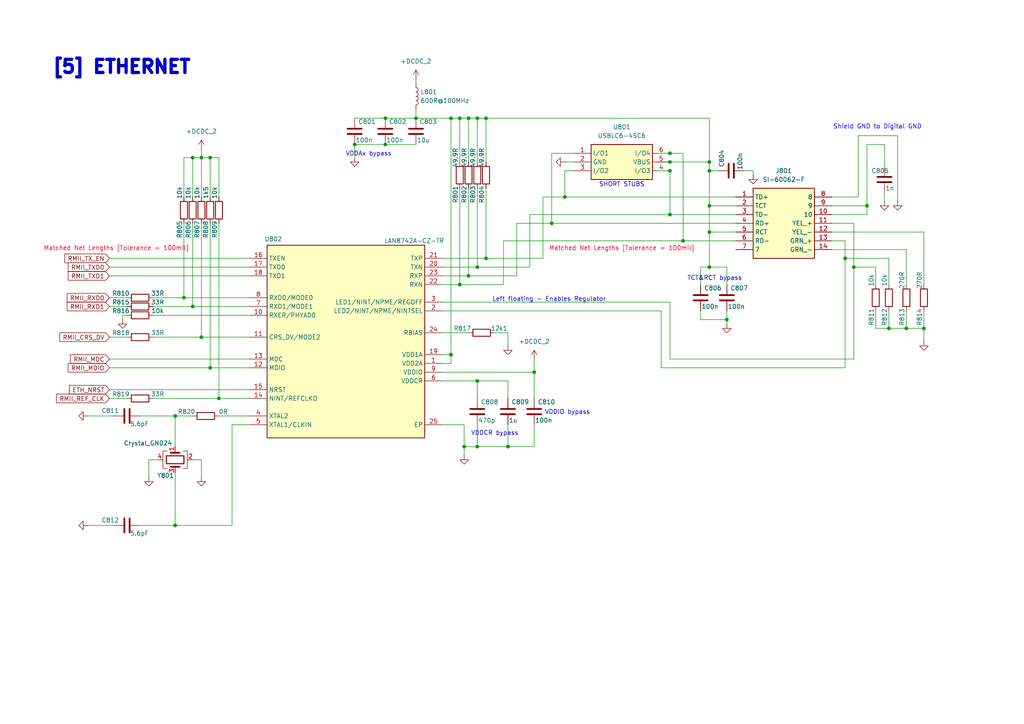
<source format=kicad_sch>
(kicad_sch (version 20231120) (generator "eeschema") (generator_version "8.0")
  (paper "A4")
  (title_block (title "Energy Monitoring System") (company "Manufacturing Innovation Network Laboratory (MINLab)") (comment 1 "Developed by Vignesh Selvaraj"))
  (lib_symbols
    (symbol "Device:C" (pin_numbers hide) (pin_names (offset 0.254))
      (property "Reference" "C" (at 0.635 2.54 0))
      (property "Value" "C" (at 0.635 -2.54 0))
      (symbol "C_0_1"
        (polyline (pts (xy -2.032 -0.762) (xy 2.032 -0.762)) (stroke (width 0.508)))
        (polyline (pts (xy -2.032 0.762) (xy 2.032 0.762)) (stroke (width 0.508)))
      )
      (symbol "C_1_1"
        (pin passive line (at 0 3.81 270) (length 2.794) (name "~") (number "1"))
        (pin passive line (at 0 -3.81 90) (length 2.794) (name "~") (number "2"))
      )
    )
    (symbol "Device:Crystal_GND24" (pin_names (offset 1.016) hide)
      (property "Reference" "Y" (at 3.175 5.08 0))
      (property "Value" "Crystal_GND24" (at 3.175 3.175 0))
      (symbol "Crystal_GND24_0_1"
        (rectangle (start -1.143 2.54) (end 1.143 -2.54) (stroke (width 0.3048)))
        (polyline (pts (xy -2.54 0) (xy -2.032 0)))
        (polyline (pts (xy -2.032 -1.27) (xy -2.032 1.27)) (stroke (width 0.508)))
        (polyline (pts (xy 0 -3.81) (xy 0 -3.556)))
        (polyline (pts (xy 0 3.556) (xy 0 3.81)))
        (polyline (pts (xy 2.032 -1.27) (xy 2.032 1.27)) (stroke (width 0.508)))
        (polyline (pts (xy 2.032 0) (xy 2.54 0)))
        (polyline (pts (xy -2.54 -2.286) (xy -2.54 -3.556) (xy 2.54 -3.556) (xy 2.54 -2.286)))
        (polyline (pts (xy -2.54 2.286) (xy -2.54 3.556) (xy 2.54 3.556) (xy 2.54 2.286)))
      )
      (symbol "Crystal_GND24_1_1"
        (pin passive line (at -3.81 0 0) (length 1.27) (name "1") (number "1"))
        (pin passive line (at 0 5.08 270) (length 1.27) (name "2") (number "2"))
        (pin passive line (at 3.81 0 180) (length 1.27) (name "3") (number "3"))
        (pin passive line (at 0 -5.08 90) (length 1.27) (name "4") (number "4"))
      )
    )
    (symbol "Device:L" (pin_numbers hide) (pin_names (offset 1.016) hide)
      (property "Reference" "L" (at -1.27 0 90))
      (property "Value" "L" (at 1.905 0 90))
      (symbol "L_0_1"
        (arc (start 0 -2.54) (mid 0.6323 -1.905) (end 0 -1.27))
        (arc (start 0 -1.27) (mid 0.6323 -0.635) (end 0 0))
        (arc (start 0 0) (mid 0.6323 0.635) (end 0 1.27))
        (arc (start 0 1.27) (mid 0.6323 1.905) (end 0 2.54))
      )
      (symbol "L_1_1"
        (pin passive line (at 0 3.81 270) (length 1.27) (name "1") (number "1"))
        (pin passive line (at 0 -3.81 90) (length 1.27) (name "2") (number "2"))
      )
    )
    (symbol "Device:R" (pin_numbers hide) (pin_names (offset 0))
      (property "Reference" "R" (at 2.032 0 90))
      (property "Value" "R" (at 0 0 90))
      (symbol "R_0_1"
        (rectangle (start -1.016 -2.54) (end 1.016 2.54) (stroke (width 0.254)))
      )
      (symbol "R_1_1"
        (pin passive line (at 0 3.81 270) (length 1.27) (name "~") (number "1"))
        (pin passive line (at 0 -3.81 90) (length 1.27) (name "~") (number "2"))
      )
    )
    (symbol "EMS:+DCDC_2" (power) (pin_numbers hide) (pin_names (offset 0) hide) (in_bom no) (on_board no)
      (property "Value" "+DCDC_2" (at 0 3.302 0))
      (symbol "+DCDC_2_0_1"
        (polyline (pts (xy 0 2.54) (xy 0.762 1.27)))
        (polyline (pts (xy 0 0) (xy 0 2.54) (xy -0.762 1.27)))
      )
      (symbol "+DCDC_2_1_1"
        (pin power_in line (at 0 0 90) (length 0) (name "~") (number "1"))
      )
    )
    (symbol "EMS:LAN8742A-CZ-TR"
      (property "Reference" "U" (at 0.254 20.828 0))
      (property "Value" "LAN8742A-CZ-TR" (at 28.194 20.828 0))
      (symbol "LAN8742A-CZ-TR_1_1"
        (rectangle (start 0 19.05) (end 45.72 -36.83) (stroke (width 0.254)) (fill (type background)))
        (pin passive line (at 50.8 -15.24 180) (length 5.08) (name "VDD2A") (number "1"))
        (pin passive line (at -5.08 -1.27 0) (length 5.08) (name "RXER/PHYAD0") (number "10"))
        (pin passive line (at -5.08 -7.62 0) (length 5.08) (name "CRS_DV/MODE2") (number "11"))
        (pin passive line (at -5.08 -16.51 0) (length 5.08) (name "MDIO") (number "12"))
        (pin passive line (at -5.08 -13.97 0) (length 5.08) (name "MDC") (number "13"))
        (pin passive line (at -5.08 -25.4 0) (length 5.08) (name "NINT/REFCLKO") (number "14"))
        (pin passive line (at -5.08 -22.86 0) (length 5.08) (name "NRST") (number "15"))
        (pin passive line (at -5.08 15.24 0) (length 5.08) (name "TXEN") (number "16"))
        (pin passive line (at -5.08 12.7 0) (length 5.08) (name "TXD0") (number "17"))
        (pin passive line (at -5.08 10.16 0) (length 5.08) (name "TXD1") (number "18"))
        (pin passive line (at 50.8 -12.7 180) (length 5.08) (name "VDD1A") (number "19"))
        (pin passive line (at 50.8 0 180) (length 5.08) (name "LED2/NINT/NPME/NINTSEL") (number "2"))
        (pin passive line (at 50.8 12.7 180) (length 5.08) (name "TXN") (number "20"))
        (pin passive line (at 50.8 15.24 180) (length 5.08) (name "TXP") (number "21"))
        (pin passive line (at 50.8 7.62 180) (length 5.08) (name "RXN") (number "22"))
        (pin passive line (at 50.8 10.16 180) (length 5.08) (name "RXP") (number "23"))
        (pin passive line (at 50.8 -6.35 180) (length 5.08) (name "RBIAS") (number "24"))
        (pin passive line (at 50.8 -33.02 180) (length 5.08) (name "EP") (number "25"))
        (pin passive line (at 50.8 2.54 180) (length 5.08) (name "LED1/NINT/NPME/REGOFF") (number "3"))
        (pin passive line (at -5.08 -30.48 0) (length 5.08) (name "XTAL2") (number "4"))
        (pin passive line (at -5.08 -33.02 0) (length 5.08) (name "XTAL1/CLKIN") (number "5"))
        (pin passive line (at 50.8 -20.32 180) (length 5.08) (name "VDDCR") (number "6"))
        (pin passive line (at -5.08 1.27 0) (length 5.08) (name "RXD1/MODE1") (number "7"))
        (pin passive line (at -5.08 3.81 0) (length 5.08) (name "RXD0/MODE0") (number "8"))
        (pin passive line (at 50.8 -17.78 180) (length 5.08) (name "VDDIO") (number "9"))
      )
    )
    (symbol "EMS:SI-60062-F"
      (property "Reference" "J" (at 24.13 7.62 0))
      (property "Value" "SI-60062-F" (at 24.13 5.08 0))
      (symbol "SI-60062-F_1_1"
        (rectangle (start 5.08 2.54) (end 22.86 -17.78) (stroke (width 0.254)) (fill (type background)))
        (pin passive line (at 0 0 0) (length 5.08) (name "TD+") (number "1"))
        (pin passive line (at 27.94 -5.08 180) (length 5.08) (name "10") (number "10"))
        (pin passive line (at 27.94 -7.62 180) (length 5.08) (name "YEL_+") (number "11"))
        (pin passive line (at 27.94 -10.16 180) (length 5.08) (name "YEL_-") (number "12"))
        (pin passive line (at 27.94 -12.7 180) (length 5.08) (name "GRN_+") (number "13"))
        (pin passive line (at 27.94 -15.24 180) (length 5.08) (name "GRN_-") (number "14"))
        (pin passive line (at 0 -2.54 0) (length 5.08) (name "TCT") (number "2"))
        (pin passive line (at 0 -5.08 0) (length 5.08) (name "TD-") (number "3"))
        (pin passive line (at 0 -7.62 0) (length 5.08) (name "RD+") (number "4"))
        (pin passive line (at 0 -10.16 0) (length 5.08) (name "RCT") (number "5"))
        (pin passive line (at 0 -12.7 0) (length 5.08) (name "RD-") (number "6"))
        (pin passive line (at 0 -15.24 0) (length 5.08) (name "7") (number "7"))
        (pin passive line (at 27.94 0 180) (length 5.08) (name "8") (number "8"))
        (pin passive line (at 27.94 -2.54 180) (length 5.08) (name "9") (number "9"))
      )
    )
    (symbol "EMS:USBLC6-4SC6"
      (property "Reference" "U" (at 4.826 4.318 0))
      (property "Value" "USBLC6-4SC6" (at 10.414 -8.128 0))
      (symbol "USBLC6-4SC6_1_1"
        (rectangle (start 5.08 2.54) (end 22.86 -7.62) (stroke (width 0.254)) (fill (type background)))
        (pin passive line (at 0 0 0) (length 5.08) (name "I/O1") (number "1"))
        (pin passive line (at 0 -2.54 0) (length 5.08) (name "GND") (number "2"))
        (pin passive line (at 0 -5.08 0) (length 5.08) (name "I/O2") (number "3"))
        (pin passive line (at 27.94 -5.08 180) (length 5.08) (name "I/O3") (number "4"))
        (pin passive line (at 27.94 -2.54 180) (length 5.08) (name "VBUS") (number "5"))
        (pin passive line (at 27.94 0 180) (length 5.08) (name "I/O4") (number "6"))
      )
    )
    (symbol "power:GND" (power) (pin_numbers hide) (pin_names (offset 0) hide)
      (property "Value" "GND" (at 0 -3.81 0))
      (symbol "GND_0_1"
        (polyline (pts (xy 0 0) (xy 0 -1.27) (xy 1.27 -1.27) (xy 0 -2.54) (xy -1.27 -1.27) (xy 0 -1.27)))
      )
      (symbol "GND_1_1"
        (pin power_in line (at 0 0 270) (length 0) (name "~") (number "1"))
      )
    )
  )
  (junction (at 140.97 34.29))
  (junction (at 134.62 129.54))
  (junction (at 210.82 92.71))
  (junction (at 194.31 46.99))
  (junction (at 140.97 74.93))
  (junction (at 205.74 67.31))
  (junction (at 102.87 41.91))
  (junction (at 163.83 57.15))
  (junction (at 154.94 107.95))
  (junction (at 194.31 49.53))
  (junction (at 111.76 34.29))
  (junction (at 205.74 46.99))
  (junction (at 247.65 77.47))
  (junction (at 198.12 69.85))
  (junction (at 160.02 64.77))
  (junction (at 135.89 80.01))
  (junction (at 205.74 59.69))
  (junction (at 138.43 129.54))
  (junction (at 262.89 95.25))
  (junction (at 58.42 97.79))
  (junction (at 138.43 34.29))
  (junction (at 267.97 95.25))
  (junction (at 194.31 44.45))
  (junction (at 60.96 45.72))
  (junction (at 53.34 86.36))
  (junction (at 205.74 49.53))
  (junction (at 55.88 45.72))
  (junction (at 63.5 115.57))
  (junction (at 135.89 34.29))
  (junction (at 251.46 59.69))
  (junction (at 60.96 106.68))
  (junction (at 120.65 34.29))
  (junction (at 58.42 45.72))
  (junction (at 130.81 102.87))
  (junction (at 50.8 152.4))
  (junction (at 55.88 88.9))
  (junction (at 133.35 82.55))
  (junction (at 147.32 129.54))
  (junction (at 205.74 77.47))
  (junction (at 133.35 34.29))
  (junction (at 50.8 120.65))
  (junction (at 138.43 110.49))
  (junction (at 245.11 74.93))
  (junction (at 111.76 41.91))
  (junction (at 194.31 62.23))
  (junction (at 138.43 77.47))
  (junction (at 130.81 34.29))
  (junction (at 257.81 95.25))
  (wire (pts (xy 154.94 107.95) (xy 154.94 115.57)))
  (wire (pts (xy 143.51 96.52) (xy 147.32 96.52)))
  (wire (pts (xy 163.83 57.15) (xy 163.83 49.53)))
  (wire (pts (xy 43.18 133.35) (xy 43.18 138.43)))
  (wire (pts (xy 60.96 45.72) (xy 60.96 57.15)))
  (wire (pts (xy 163.83 57.15) (xy 213.36 57.15)))
  (wire (pts (xy 31.75 74.93) (xy 72.39 74.93)))
  (wire (pts (xy 157.48 57.15) (xy 157.48 74.93)))
  (wire (pts (xy 205.74 77.47) (xy 203.2 77.47)))
  (wire (pts (xy 134.62 129.54) (xy 134.62 132.08)))
  (wire (pts (xy 147.32 110.49) (xy 147.32 115.57)))
  (wire (pts (xy 194.31 62.23) (xy 213.36 62.23)))
  (wire (pts (xy 102.87 34.29) (xy 111.76 34.29)))
  (wire (pts (xy 191.77 90.17) (xy 191.77 106.68)))
  (wire (pts (xy 205.74 67.31) (xy 205.74 77.47)))
  (wire (pts (xy 257.81 90.17) (xy 257.81 95.25)))
  (wire (pts (xy 245.11 74.93) (xy 245.11 106.68)))
  (wire (pts (xy 215.9 49.53) (xy 218.44 49.53)))
  (wire (pts (xy 154.94 107.95) (xy 154.94 104.14)))
  (wire (pts (xy 128.27 74.93) (xy 140.97 74.93)))
  (wire (pts (xy 194.31 87.63) (xy 194.31 104.14)))
  (wire (pts (xy 149.86 64.77) (xy 160.02 64.77)))
  (wire (pts (xy 53.34 64.77) (xy 53.34 86.36)))
  (wire (pts (xy 128.27 80.01) (xy 135.89 80.01)))
  (wire (pts (xy 25.4 152.4) (xy 33.02 152.4)))
  (wire (pts (xy 60.96 45.72) (xy 58.42 45.72)))
  (wire (pts (xy 205.74 49.53) (xy 208.28 49.53)))
  (wire (pts (xy 257.81 74.93) (xy 257.81 82.55)))
  (wire (pts (xy 53.34 45.72) (xy 55.88 45.72)))
  (wire (pts (xy 36.83 91.44) (xy 35.56 91.44)))
  (wire (pts (xy 44.45 88.9) (xy 55.88 88.9)))
  (wire (pts (xy 154.94 123.19) (xy 154.94 129.54)))
  (wire (pts (xy 140.97 74.93) (xy 157.48 74.93)))
  (wire (pts (xy 120.65 31.75) (xy 120.65 34.29)))
  (wire (pts (xy 31.75 97.79) (xy 36.83 97.79)))
  (wire (pts (xy 60.96 106.68) (xy 60.96 64.77)))
  (wire (pts (xy 213.36 67.31) (xy 205.74 67.31)))
  (wire (pts (xy 147.32 123.19) (xy 147.32 129.54)))
  (wire (pts (xy 160.02 44.45) (xy 166.37 44.45)))
  (wire (pts (xy 63.5 57.15) (xy 63.5 45.72)))
  (wire (pts (xy 31.75 80.01) (xy 72.39 80.01)))
  (wire (pts (xy 203.2 77.47) (xy 203.2 82.55)))
  (wire (pts (xy 135.89 34.29) (xy 133.35 34.29)))
  (wire (pts (xy 50.8 120.65) (xy 50.8 129.54)))
  (wire (pts (xy 241.3 59.69) (xy 251.46 59.69)))
  (wire (pts (xy 262.89 95.25) (xy 267.97 95.25)))
  (wire (pts (xy 128.27 110.49) (xy 138.43 110.49)))
  (wire (pts (xy 205.74 67.31) (xy 205.74 59.69)))
  (wire (pts (xy 267.97 67.31) (xy 267.97 82.55)))
  (wire (pts (xy 53.34 57.15) (xy 53.34 45.72)))
  (wire (pts (xy 163.83 49.53) (xy 166.37 49.53)))
  (wire (pts (xy 44.45 86.36) (xy 53.34 86.36)))
  (wire (pts (xy 254 95.25) (xy 257.81 95.25)))
  (wire (pts (xy 190.5 44.45) (xy 194.31 44.45)))
  (wire (pts (xy 58.42 64.77) (xy 58.42 97.79)))
  (wire (pts (xy 63.5 115.57) (xy 72.39 115.57)))
  (wire (pts (xy 138.43 77.47) (xy 153.67 77.47)))
  (wire (pts (xy 254 90.17) (xy 254 95.25)))
  (wire (pts (xy 128.27 107.95) (xy 154.94 107.95)))
  (wire (pts (xy 241.3 62.23) (xy 251.46 62.23)))
  (wire (pts (xy 254 82.55) (xy 254 77.47)))
  (wire (pts (xy 262.89 72.39) (xy 262.89 82.55)))
  (wire (pts (xy 133.35 34.29) (xy 130.81 34.29)))
  (wire (pts (xy 140.97 34.29) (xy 138.43 34.29)))
  (wire (pts (xy 191.77 106.68) (xy 245.11 106.68)))
  (wire (pts (xy 44.45 97.79) (xy 58.42 97.79)))
  (wire (pts (xy 31.75 88.9) (xy 36.83 88.9)))
  (wire (pts (xy 218.44 49.53) (xy 218.44 50.8)))
  (wire (pts (xy 67.31 123.19) (xy 72.39 123.19)))
  (wire (pts (xy 58.42 133.35) (xy 58.42 138.43)))
  (wire (pts (xy 194.31 104.14) (xy 247.65 104.14)))
  (wire (pts (xy 128.27 96.52) (xy 135.89 96.52)))
  (wire (pts (xy 128.27 87.63) (xy 194.31 87.63)))
  (wire (pts (xy 55.88 45.72) (xy 58.42 45.72)))
  (wire (pts (xy 160.02 64.77) (xy 213.36 64.77)))
  (wire (pts (xy 245.11 69.85) (xy 241.3 69.85)))
  (wire (pts (xy 50.8 152.4) (xy 67.31 152.4)))
  (wire (pts (xy 190.5 46.99) (xy 194.31 46.99)))
  (wire (pts (xy 102.87 41.91) (xy 102.87 45.72)))
  (wire (pts (xy 203.2 92.71) (xy 210.82 92.71)))
  (wire (pts (xy 254 77.47) (xy 247.65 77.47)))
  (wire (pts (xy 245.11 74.93) (xy 257.81 74.93)))
  (wire (pts (xy 44.45 115.57) (xy 63.5 115.57)))
  (wire (pts (xy 205.74 49.53) (xy 205.74 46.99)))
  (wire (pts (xy 55.88 45.72) (xy 55.88 57.15)))
  (wire (pts (xy 146.05 69.85) (xy 198.12 69.85)))
  (wire (pts (xy 50.8 137.16) (xy 50.8 152.4)))
  (wire (pts (xy 128.27 90.17) (xy 191.77 90.17)))
  (wire (pts (xy 133.35 54.61) (xy 133.35 82.55)))
  (wire (pts (xy 267.97 95.25) (xy 267.97 99.06)))
  (wire (pts (xy 135.89 54.61) (xy 135.89 80.01)))
  (wire (pts (xy 210.82 77.47) (xy 205.74 77.47)))
  (wire (pts (xy 157.48 57.15) (xy 163.83 57.15)))
  (wire (pts (xy 134.62 123.19) (xy 134.62 129.54)))
  (wire (pts (xy 257.81 95.25) (xy 262.89 95.25)))
  (wire (pts (xy 247.65 77.47) (xy 247.65 64.77)))
  (wire (pts (xy 267.97 90.17) (xy 267.97 95.25)))
  (wire (pts (xy 133.35 34.29) (xy 133.35 46.99)))
  (wire (pts (xy 130.81 105.41) (xy 128.27 105.41)))
  (wire (pts (xy 138.43 129.54) (xy 134.62 129.54)))
  (wire (pts (xy 153.67 62.23) (xy 194.31 62.23)))
  (wire (pts (xy 63.5 120.65) (xy 72.39 120.65)))
  (wire (pts (xy 60.96 106.68) (xy 72.39 106.68)))
  (wire (pts (xy 58.42 97.79) (xy 72.39 97.79)))
  (wire (pts (xy 135.89 80.01) (xy 149.86 80.01)))
  (wire (pts (xy 251.46 41.91) (xy 256.54 41.91)))
  (wire (pts (xy 111.76 41.91) (xy 120.65 41.91)))
  (wire (pts (xy 245.11 74.93) (xy 245.11 69.85)))
  (wire (pts (xy 138.43 110.49) (xy 138.43 115.57)))
  (wire (pts (xy 138.43 34.29) (xy 138.43 46.99)))
  (wire (pts (xy 138.43 123.19) (xy 138.43 129.54)))
  (wire (pts (xy 35.56 91.44) (xy 35.56 92.71)))
  (wire (pts (xy 256.54 41.91) (xy 256.54 48.26)))
  (wire (pts (xy 31.75 115.57) (xy 36.83 115.57)))
  (wire (pts (xy 247.65 104.14) (xy 247.65 77.47)))
  (wire (pts (xy 213.36 59.69) (xy 205.74 59.69)))
  (wire (pts (xy 248.92 57.15) (xy 248.92 39.37)))
  (wire (pts (xy 247.65 64.77) (xy 241.3 64.77)))
  (wire (pts (xy 67.31 152.4) (xy 67.31 123.19)))
  (wire (pts (xy 203.2 90.17) (xy 203.2 92.71)))
  (wire (pts (xy 210.82 82.55) (xy 210.82 77.47)))
  (wire (pts (xy 55.88 88.9) (xy 72.39 88.9)))
  (wire (pts (xy 31.75 104.14) (xy 72.39 104.14)))
  (wire (pts (xy 194.31 49.53) (xy 194.31 62.23)))
  (wire (pts (xy 138.43 34.29) (xy 135.89 34.29)))
  (wire (pts (xy 133.35 82.55) (xy 146.05 82.55)))
  (wire (pts (xy 111.76 34.29) (xy 120.65 34.29)))
  (wire (pts (xy 31.75 106.68) (xy 60.96 106.68)))
  (wire (pts (xy 31.75 77.47) (xy 72.39 77.47)))
  (wire (pts (xy 251.46 62.23) (xy 251.46 59.69)))
  (wire (pts (xy 25.4 120.65) (xy 33.02 120.65)))
  (wire (pts (xy 241.3 72.39) (xy 262.89 72.39)))
  (wire (pts (xy 163.83 46.99) (xy 166.37 46.99)))
  (wire (pts (xy 146.05 69.85) (xy 146.05 82.55)))
  (wire (pts (xy 140.97 34.29) (xy 140.97 46.99)))
  (wire (pts (xy 153.67 62.23) (xy 153.67 77.47)))
  (wire (pts (xy 147.32 96.52) (xy 147.32 100.33)))
  (wire (pts (xy 120.65 22.86) (xy 120.65 24.13)))
  (wire (pts (xy 198.12 69.85) (xy 213.36 69.85)))
  (wire (pts (xy 102.87 41.91) (xy 111.76 41.91)))
  (wire (pts (xy 190.5 49.53) (xy 194.31 49.53)))
  (wire (pts (xy 248.92 39.37) (xy 260.35 39.37)))
  (wire (pts (xy 55.88 133.35) (xy 58.42 133.35)))
  (wire (pts (xy 44.45 91.44) (xy 72.39 91.44)))
  (wire (pts (xy 130.81 102.87) (xy 130.81 105.41)))
  (wire (pts (xy 147.32 129.54) (xy 138.43 129.54)))
  (wire (pts (xy 251.46 59.69) (xy 251.46 41.91)))
  (wire (pts (xy 262.89 90.17) (xy 262.89 95.25)))
  (wire (pts (xy 130.81 34.29) (xy 120.65 34.29)))
  (wire (pts (xy 55.88 64.77) (xy 55.88 88.9)))
  (wire (pts (xy 138.43 54.61) (xy 138.43 77.47)))
  (wire (pts (xy 58.42 45.72) (xy 58.42 57.15)))
  (wire (pts (xy 205.74 59.69) (xy 205.74 49.53)))
  (wire (pts (xy 31.75 113.03) (xy 72.39 113.03)))
  (wire (pts (xy 31.75 86.36) (xy 36.83 86.36)))
  (wire (pts (xy 256.54 55.88) (xy 256.54 58.42)))
  (wire (pts (xy 241.3 67.31) (xy 267.97 67.31)))
  (wire (pts (xy 205.74 46.99) (xy 205.74 34.29)))
  (wire (pts (xy 63.5 64.77) (xy 63.5 115.57)))
  (wire (pts (xy 198.12 44.45) (xy 198.12 69.85)))
  (wire (pts (xy 194.31 46.99) (xy 205.74 46.99)))
  (wire (pts (xy 260.35 39.37) (xy 260.35 58.42)))
  (wire (pts (xy 154.94 129.54) (xy 147.32 129.54)))
  (wire (pts (xy 194.31 44.45) (xy 198.12 44.45)))
  (wire (pts (xy 128.27 77.47) (xy 138.43 77.47)))
  (wire (pts (xy 50.8 120.65) (xy 55.88 120.65)))
  (wire (pts (xy 149.86 64.77) (xy 149.86 80.01)))
  (wire (pts (xy 241.3 57.15) (xy 248.92 57.15)))
  (wire (pts (xy 53.34 86.36) (xy 72.39 86.36)))
  (wire (pts (xy 210.82 90.17) (xy 210.82 92.71)))
  (wire (pts (xy 40.64 120.65) (xy 50.8 120.65)))
  (wire (pts (xy 160.02 64.77) (xy 160.02 44.45)))
  (wire (pts (xy 138.43 110.49) (xy 147.32 110.49)))
  (wire (pts (xy 63.5 45.72) (xy 60.96 45.72)))
  (wire (pts (xy 45.72 133.35) (xy 43.18 133.35)))
  (wire (pts (xy 128.27 123.19) (xy 134.62 123.19)))
  (wire (pts (xy 128.27 102.87) (xy 130.81 102.87)))
  (wire (pts (xy 135.89 34.29) (xy 135.89 46.99)))
  (wire (pts (xy 205.74 34.29) (xy 140.97 34.29)))
  (wire (pts (xy 40.64 152.4) (xy 50.8 152.4)))
  (wire (pts (xy 58.42 43.18) (xy 58.42 45.72)))
  (wire (pts (xy 140.97 54.61) (xy 140.97 74.93)))
  (wire (pts (xy 130.81 34.29) (xy 130.81 102.87)))
  (wire (pts (xy 128.27 82.55) (xy 133.35 82.55)))
  (wire (pts (xy 210.82 92.71) (xy 210.82 93.98)))
  (text "VDDCR bypass" (at 143.51 125.73 0) (effects (font (size 1.27 1.27))))
  (text "VDDIO bypass" (at 164.592 119.634 0) (effects (font (size 1.27 1.27))))
  (text "Matched Net Lengths [Tolerance = 100mil]" (at 33.782 72.136 0) (effects (font (size 1.27 1.27))))
  (text "[5] ETHERNET\n" (at 35.306 19.558 0) (effects (font (size 3.81 3.81) (thickness 1.016) (bold yes))))
  (text "VDDAx bypass\n" (at 106.934 44.704 0) (effects (font (size 1.27 1.27))))
  (text "Shield GND to Digital GND" (at 254.508 36.83 0) (effects (font (size 1.27 1.27))))
  (text "SHORT STUBS" (at 180.34 53.594 0) (effects (font (size 1.27 1.27))))
  (text "Left floating - Enables Regulator" (at 159.258 86.868 0) (effects (font (size 1.27 1.27))))
  (text "Matched Net Lengths [Tolerance = 100mil]" (at 180.34 72.136 0) (effects (font (size 1.27 1.27))))
  (text "TCT&RCT bypass" (at 207.264 80.772 0) (effects (font (size 1.27 1.27))))
  (global_label "RMII_MDC" (shape input) (at 31.75 104.14 180) (property "Intersheetrefs" "${INTERSHEET_REFS}" (effects (hide yes))))
  (global_label "RMII_CRS_DV" (shape input) (at 31.75 97.79 180) (property "Intersheetrefs" "${INTERSHEET_REFS}" (effects (hide yes))))
  (global_label "RMII_REF_CLK" (shape input) (at 31.75 115.57 180) (property "Intersheetrefs" "${INTERSHEET_REFS}" (effects (hide yes))))
  (global_label "RMII_MDIO" (shape input) (at 31.75 106.68 180) (property "Intersheetrefs" "${INTERSHEET_REFS}" (effects (hide yes))))
  (global_label "RMII_RXD1" (shape input) (at 31.75 88.9 180) (property "Intersheetrefs" "${INTERSHEET_REFS}" (effects (hide yes))))
  (global_label "RMII_RXD0" (shape input) (at 31.75 86.36 180) (property "Intersheetrefs" "${INTERSHEET_REFS}" (effects (hide yes))))
  (global_label "RMII_TXD1" (shape input) (at 31.75 80.01 180) (property "Intersheetrefs" "${INTERSHEET_REFS}" (effects (hide yes))))
  (global_label "RMII_TXD0" (shape input) (at 31.75 77.47 180) (property "Intersheetrefs" "${INTERSHEET_REFS}" (effects (hide yes))))
  (global_label "RMII_TX_EN" (shape input) (at 31.75 74.93 180) (property "Intersheetrefs" "${INTERSHEET_REFS}" (effects (hide yes))))
  (global_label "ETH_NRST" (shape input) (at 31.75 113.03 180) (property "Intersheetrefs" "${INTERSHEET_REFS}" (effects (hide yes))))
  (symbol (lib_id "Device:R") (at 140.97 50.8 180) (unit 1)
    (property "Reference" "R804" (at 139.7 56.388 90))
    (property "Value" "49.9R" (at 139.7 45.72 90))
    (property "Description" "Resistor" (effects (hide yes)))
  )
  (symbol (lib_id "Device:C") (at 256.54 52.07 0) (unit 1)
    (property "Reference" "C805" (at 252.73 49.53 0) (effects (justify left)))
    (property "Value" "1n" (at 256.794 54.61 0) (effects (justify left)))
    (property "Description" "Unpolarized capacitor" (effects (hide yes)))
  )
  (symbol (lib_id "power:GND") (at 102.87 45.72 0) (unit 1)
    (property "Reference" "#PWR0803" (effects (hide yes)))
    (property "Value" "GND" (effects (hide yes)))
    (property "Description" "Power symbol creates a global label with name \"GND\" , ground" (effects (hide yes)))
  )
  (symbol (lib_id "Device:R") (at 138.43 50.8 180) (unit 1)
    (property "Reference" "R803" (at 137.16 56.388 90))
    (property "Value" "49.9R" (at 137.16 45.72 90))
    (property "Description" "Resistor" (effects (hide yes)))
  )
  (symbol (lib_id "power:GND") (at 147.32 100.33 0) (unit 1)
    (property "Reference" "#PWR0811" (effects (hide yes)))
    (property "Value" "GND" (effects (hide yes)))
    (property "Description" "Power symbol creates a global label with name \"GND\" , ground" (effects (hide yes)))
  )
  (symbol (lib_id "Device:R") (at 59.69 120.65 90) (unit 1)
    (property "Reference" "R820" (at 54.102 119.38 90))
    (property "Value" "0R" (at 64.77 119.38 90))
    (property "Description" "Resistor" (effects (hide yes)))
  )
  (symbol (lib_id "Device:C") (at 154.94 119.38 0) (unit 1)
    (property "Reference" "C810" (at 155.956 116.586 0) (effects (justify left)))
    (property "Value" "100n" (at 155.194 121.92 0) (effects (justify left)))
    (property "Description" "Unpolarized capacitor" (effects (hide yes)))
  )
  (symbol (lib_id "Device:R") (at 40.64 88.9 90) (unit 1)
    (property "Reference" "R815" (at 35.052 87.63 90))
    (property "Value" "33R" (at 45.72 87.63 90))
    (property "Description" "Resistor" (effects (hide yes)))
  )
  (symbol (lib_id "EMS:+DCDC_2") (at 154.94 104.14 0) (unit 1) (in_bom no) (on_board no)
    (property "Reference" "#PWR0812" (effects (hide yes)))
    (property "Value" "+DCDC_2" (at 154.94 99.06 0))
    (property "Description" "Power symbol for \"+DCDC_2V\"" (effects (hide yes)))
  )
  (symbol (lib_id "power:GND") (at 218.44 50.8 0) (unit 1)
    (property "Reference" "#PWR0805" (effects (hide yes)))
    (property "Value" "GND" (effects (hide yes)))
    (property "Description" "Power symbol creates a global label with name \"GND\" , ground" (effects (hide yes)))
  )
  (symbol (lib_id "Device:R") (at 63.5 60.96 180) (unit 1)
    (property "Reference" "R809" (at 62.23 66.548 90))
    (property "Value" "10k" (at 62.23 55.88 90))
    (property "Description" "Resistor" (effects (hide yes)))
  )
  (symbol (lib_id "Device:C") (at 138.43 119.38 0) (unit 1)
    (property "Reference" "C808" (at 139.446 116.586 0) (effects (justify left)))
    (property "Value" "470p" (at 138.684 121.92 0) (effects (justify left)))
    (property "Description" "Unpolarized capacitor" (effects (hide yes)))
  )
  (symbol (lib_id "Device:R") (at 40.64 97.79 90) (unit 1)
    (property "Reference" "R818" (at 35.052 96.52 90))
    (property "Value" "33R" (at 45.72 96.52 90))
    (property "Description" "Resistor" (effects (hide yes)))
  )
  (symbol (lib_id "Device:C") (at 36.83 120.65 90) (unit 1)
    (property "Reference" "C811" (at 34.544 119.126 90) (effects (justify left)))
    (property "Value" "5.6pF" (at 43.18 122.936 90) (effects (justify left)))
    (property "Description" "Unpolarized capacitor" (effects (hide yes)))
  )
  (symbol (lib_id "power:GND") (at 25.4 152.4 270) (unit 1)
    (property "Reference" "#PWR0817" (effects (hide yes)))
    (property "Value" "GND" (effects (hide yes)))
    (property "Description" "Power symbol creates a global label with name \"GND\" , ground" (effects (hide yes)))
  )
  (symbol (lib_id "Device:R") (at 40.64 91.44 90) (unit 1)
    (property "Reference" "R816" (at 35.052 90.17 90))
    (property "Value" "10k" (at 45.72 90.17 90))
    (property "Description" "Resistor" (effects (hide yes)))
  )
  (symbol (lib_id "power:GND") (at 35.56 92.71 0) (unit 1)
    (property "Reference" "#PWR0808" (effects (hide yes)))
    (property "Value" "GND" (effects (hide yes)))
    (property "Description" "Power symbol creates a global label with name \"GND\" , ground" (effects (hide yes)))
  )
  (symbol (lib_id "Device:C") (at 120.65 38.1 0) (unit 1)
    (property "Reference" "C803" (at 121.666 35.306 0) (effects (justify left)))
    (property "Value" "10u" (at 120.904 40.64 0) (effects (justify left)))
    (property "Description" "Unpolarized capacitor" (effects (hide yes)))
  )
  (symbol (lib_id "power:GND") (at 134.62 132.08 0) (unit 1)
    (property "Reference" "#PWR0814" (effects (hide yes)))
    (property "Value" "GND" (effects (hide yes)))
    (property "Description" "Power symbol creates a global label with name \"GND\" , ground" (effects (hide yes)))
  )
  (symbol (lib_id "Device:Crystal_GND24") (at 50.8 133.35 270) (unit 1)
    (property "Reference" "Y801" (at 48.006 137.922 90))
    (property "Value" "Crystal_GND24" (at 42.926 128.524 90))
    (property "Footprint" "EMS:NX3225SA25000MSTDCSR6" (effects (hide yes)))
    (property "Description" "Four pin crystal, GND on pins 2 and 4" (effects (hide yes)))
  )
  (symbol (lib_id "Device:C") (at 111.76 38.1 0) (unit 1)
    (property "Reference" "C802" (at 112.776 35.306 0) (effects (justify left)))
    (property "Value" "100n" (at 112.014 40.64 0) (effects (justify left)))
    (property "Description" "Unpolarized capacitor" (effects (hide yes)))
  )
  (symbol (lib_id "EMS:USBLC6-4SC6") (at 166.37 44.45 0) (unit 1)
    (property "Reference" "U801" (at 180.34 36.83 0))
    (property "Value" "USBLC6-4SC6" (at 180.34 39.37 0))
    (property "Footprint" "EMS:USBLC6-4SC6_SOT95-6N" (effects (hide yes)))
    (property "Datasheet" "https://www.mouser.co.za/datasheet/2/389/usblc6_4-1852747.pdf" (effects (hide yes)))
    (property "Description" "4 data-line protection  Protects VBUS  Very low capacitance: 3 pF typ.  Peak pulse power (8/20 s): 130 W typ.  SOT23-6L package  RoHS compliant" (effects (hide yes)))
    (property "Height" "1.45" (effects (hide yes)))
    (property "Mouser Part Number" "511-USBLC6-4SC6" (effects (hide yes)))
    (property "Mouser Price/Stock" "https://www.mouser.co.uk/ProductDetail/STMicroelectronics/USBLC6-4SC6?qs=k9dH%2Fx4GHJCNdehb8zInZg%3D%3D" (effects (hide yes)))
    (property "Manufacturer_Name" "STMicroelectronics" (effects (hide yes)))
    (property "Manufacturer_Part_Number" "USBLC6-4SC6" (effects (hide yes)))
  )
  (symbol (lib_id "power:GND") (at 58.42 138.43 0) (unit 1)
    (property "Reference" "#PWR0816" (effects (hide yes)))
    (property "Value" "GND" (effects (hide yes)))
    (property "Description" "Power symbol creates a global label with name \"GND\" , ground" (effects (hide yes)))
  )
  (symbol (lib_id "Device:R") (at 139.7 96.52 90) (unit 1)
    (property "Reference" "R817" (at 134.112 95.25 90))
    (property "Value" "12k1" (at 144.78 95.25 90))
    (property "Description" "Resistor" (effects (hide yes)))
  )
  (symbol (lib_id "Device:R") (at 53.34 60.96 180) (unit 1)
    (property "Reference" "R805" (at 52.07 66.548 90))
    (property "Value" "10k" (at 52.07 55.88 90))
    (property "Description" "Resistor" (effects (hide yes)))
  )
  (symbol (lib_id "power:GND") (at 210.82 93.98 0) (unit 1)
    (property "Reference" "#PWR0809" (effects (hide yes)))
    (property "Value" "GND" (effects (hide yes)))
    (property "Description" "Power symbol creates a global label with name \"GND\" , ground" (effects (hide yes)))
  )
  (symbol (lib_id "EMS:+DCDC_2") (at 120.65 22.86 0) (unit 1) (in_bom no) (on_board no)
    (property "Reference" "#PWR0801" (effects (hide yes)))
    (property "Value" "+DCDC_2" (at 120.65 17.78 0))
    (property "Description" "Power symbol for \"+DCDC_2V\"" (effects (hide yes)))
  )
  (symbol (lib_id "Device:R") (at 58.42 60.96 180) (unit 1)
    (property "Reference" "R807" (at 57.15 66.548 90))
    (property "Value" "10k" (at 57.15 55.88 90))
    (property "Description" "Resistor" (effects (hide yes)))
  )
  (symbol (lib_id "power:GND") (at 256.54 58.42 0) (unit 1)
    (property "Reference" "#PWR0806" (effects (hide yes)))
    (property "Value" "GND" (effects (hide yes)))
    (property "Description" "Power symbol creates a global label with name \"GND\" , ground" (effects (hide yes)))
  )
  (symbol (lib_id "EMS:LAN8742A-CZ-TR") (at 77.47 90.17 0) (unit 1)
    (property "Reference" "U802" (at 79.248 69.342 0))
    (property "Value" "LAN8742A-CZ-TR" (at 120.142 69.85 0))
    (property "Footprint" "EMS:LAN8742A-CZ-TR_QFN50" (effects (hide yes)))
    (property "Datasheet" "http://ww1.microchip.com/downloads/en/DeviceDoc/8742a.pdf" (effects (hide yes)))
    (property "Description" "Ethernet ICs" (effects (hide yes)))
    (property "Height" "1" (effects (hide yes)))
    (property "Mouser Part Number" "579-LAN8742A-CZ-TR" (effects (hide yes)))
    (property "Mouser Price/Stock" "https://www.mouser.co.uk/ProductDetail/Microchip-Technology/LAN8742A-CZ-TR?qs=6qKXPk0vzx0Y6uPCt7MXWw%3D%3D" (effects (hide yes)))
    (property "Manufacturer_Name" "Microchip" (effects (hide yes)))
    (property "Manufacturer_Part_Number" "LAN8742A-CZ-TR" (effects (hide yes)))
  )
  (symbol (lib_id "Device:C") (at 147.32 119.38 0) (unit 1)
    (property "Reference" "C809" (at 148.336 116.586 0) (effects (justify left)))
    (property "Value" "1u" (at 147.574 121.92 0) (effects (justify left)))
    (property "Description" "Unpolarized capacitor" (effects (hide yes)))
  )
  (symbol (lib_id "Device:C") (at 203.2 86.36 0) (unit 1)
    (property "Reference" "C806" (at 204.216 83.566 0) (effects (justify left)))
    (property "Value" "100n" (at 203.454 88.9 0) (effects (justify left)))
    (property "Description" "Unpolarized capacitor" (effects (hide yes)))
  )
  (symbol (lib_id "Device:R") (at 55.88 60.96 180) (unit 1)
    (property "Reference" "R806" (at 54.61 66.548 90))
    (property "Value" "10k" (at 54.61 55.88 90))
    (property "Description" "Resistor" (effects (hide yes)))
  )
  (symbol (lib_id "power:GND") (at 25.4 120.65 270) (unit 1)
    (property "Reference" "#PWR0813" (effects (hide yes)))
    (property "Value" "GND" (effects (hide yes)))
    (property "Description" "Power symbol creates a global label with name \"GND\" , ground" (effects (hide yes)))
  )
  (symbol (lib_id "power:GND") (at 267.97 99.06 0) (unit 1)
    (property "Reference" "#PWR0810" (effects (hide yes)))
    (property "Value" "GND" (effects (hide yes)))
    (property "Description" "Power symbol creates a global label with name \"GND\" , ground" (effects (hide yes)))
  )
  (symbol (lib_id "Device:R") (at 257.81 86.36 180) (unit 1)
    (property "Reference" "R812" (at 256.54 91.948 90))
    (property "Value" "10k" (at 256.54 81.28 90))
    (property "Description" "Resistor" (effects (hide yes)))
  )
  (symbol (lib_id "Device:R") (at 135.89 50.8 180) (unit 1)
    (property "Reference" "R802" (at 134.62 56.388 90))
    (property "Value" "49.9R" (at 134.62 45.72 90))
    (property "Description" "Resistor" (effects (hide yes)))
  )
  (symbol (lib_id "Device:C") (at 102.87 38.1 0) (unit 1)
    (property "Reference" "C801" (at 103.886 35.306 0) (effects (justify left)))
    (property "Value" "100n" (at 103.124 40.64 0) (effects (justify left)))
    (property "Description" "Unpolarized capacitor" (effects (hide yes)))
  )
  (symbol (lib_id "Device:L") (at 120.65 27.94 0) (unit 1)
    (property "Reference" "L801" (at 121.92 26.6699 0) (effects (justify left)))
    (property "Value" "600R@100MHz" (at 121.92 29.2099 0) (effects (justify left)))
    (property "Description" "Inductor" (effects (hide yes)))
  )
  (symbol (lib_id "Device:C") (at 210.82 86.36 0) (unit 1)
    (property "Reference" "C807" (at 211.836 83.566 0) (effects (justify left)))
    (property "Value" "100n" (at 211.074 88.9 0) (effects (justify left)))
    (property "Description" "Unpolarized capacitor" (effects (hide yes)))
  )
  (symbol (lib_id "Device:R") (at 133.35 50.8 180) (unit 1)
    (property "Reference" "R801" (at 132.08 56.388 90))
    (property "Value" "49.9R" (at 132.08 45.72 90))
    (property "Description" "Resistor" (effects (hide yes)))
  )
  (symbol (lib_id "EMS:SI-60062-F") (at 213.36 57.15 0) (unit 1)
    (property "Reference" "J801" (at 227.33 49.53 0))
    (property "Value" "SI-60062-F" (at 227.33 52.07 0))
    (property "Footprint" "EMS:Connector-SI60062F" (effects (hide yes)))
    (property "Datasheet" "https://componentsearchengine.com/Datasheets/1/SI-60062-F.pdf" (effects (hide yes)))
    (property "Description" "Bel-Stewart Female RJ45 Modular Jack, STP, Straight, Through Hole Mount, MagJack" (effects (hide yes)))
    (property "Height" "13.84" (effects (hide yes)))
    (property "Mouser Part Number" "530-SI-60062-F" (effects (hide yes)))
    (property "Manufacturer_Name" "BelFuse" (effects (hide yes)))
    (property "Manufacturer_Part_Number" "SI-60062-F" (effects (hide yes)))
  )
  (symbol (lib_id "Device:C") (at 212.09 49.53 90) (unit 1)
    (property "Reference" "C804" (at 209.296 48.514 0) (effects (justify left)))
    (property "Value" "100n" (at 214.63 49.276 0) (effects (justify left)))
    (property "Description" "Unpolarized capacitor" (effects (hide yes)))
  )
  (symbol (lib_id "Device:C") (at 36.83 152.4 90) (unit 1)
    (property "Reference" "C812" (at 34.544 150.876 90) (effects (justify left)))
    (property "Value" "5.6pF" (at 43.18 154.686 90) (effects (justify left)))
    (property "Description" "Unpolarized capacitor" (effects (hide yes)))
  )
  (symbol (lib_id "EMS:+DCDC_2") (at 58.42 43.18 0) (unit 1) (in_bom no) (on_board no)
    (property "Reference" "#PWR0802" (effects (hide yes)))
    (property "Value" "+DCDC_2" (at 58.42 38.1 0))
    (property "Description" "Power symbol for \"+DCDC_2V\"" (effects (hide yes)))
  )
  (symbol (lib_id "Device:R") (at 262.89 86.36 180) (unit 1)
    (property "Reference" "R813" (at 261.62 91.948 90))
    (property "Value" "270R" (at 261.62 81.28 90))
    (property "Description" "Resistor" (effects (hide yes)))
  )
  (symbol (lib_id "Device:R") (at 40.64 86.36 90) (unit 1)
    (property "Reference" "R810" (at 35.052 85.09 90))
    (property "Value" "33R" (at 45.72 85.09 90))
    (property "Description" "Resistor" (effects (hide yes)))
  )
  (symbol (lib_id "power:GND") (at 260.35 58.42 0) (unit 1)
    (property "Reference" "#PWR0807" (effects (hide yes)))
    (property "Value" "GND" (effects (hide yes)))
    (property "Description" "Power symbol creates a global label with name \"GND\" , ground" (effects (hide yes)))
  )
  (symbol (lib_id "Device:R") (at 60.96 60.96 180) (unit 1)
    (property "Reference" "R808" (at 59.69 66.548 90))
    (property "Value" "1k5" (at 59.69 55.88 90))
    (property "Description" "Resistor" (effects (hide yes)))
  )
  (symbol (lib_id "power:GND") (at 43.18 138.43 0) (unit 1)
    (property "Reference" "#PWR0815" (effects (hide yes)))
    (property "Value" "GND" (effects (hide yes)))
    (property "Description" "Power symbol creates a global label with name \"GND\" , ground" (effects (hide yes)))
  )
  (symbol (lib_id "Device:R") (at 254 86.36 180) (unit 1)
    (property "Reference" "R811" (at 252.73 91.948 90))
    (property "Value" "10k" (at 252.73 81.28 90))
    (property "Description" "Resistor" (effects (hide yes)))
  )
  (symbol (lib_id "Device:R") (at 40.64 115.57 90) (unit 1)
    (property "Reference" "R819" (at 35.052 114.3 90))
    (property "Value" "33R" (at 45.72 114.3 90))
    (property "Description" "Resistor" (effects (hide yes)))
  )
  (symbol (lib_id "power:GND") (at 163.83 46.99 270) (unit 1)
    (property "Reference" "#PWR0804" (effects (hide yes)))
    (property "Value" "GND" (effects (hide yes)))
    (property "Description" "Power symbol creates a global label with name \"GND\" , ground" (effects (hide yes)))
  )
  (symbol (lib_id "Device:R") (at 267.97 86.36 180) (unit 1)
    (property "Reference" "R814" (at 266.7 91.948 90))
    (property "Value" "270R" (at 266.7 81.28 90))
    (property "Description" "Resistor" (effects (hide yes)))
  )
)
</source>
